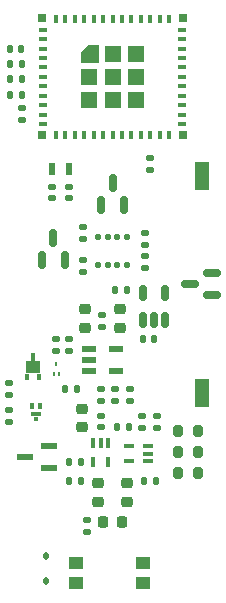
<source format=gtp>
%TF.GenerationSoftware,KiCad,Pcbnew,7.0.1*%
%TF.CreationDate,2023-04-07T09:45:08+02:00*%
%TF.ProjectId,OBJEX-DoorSensor_v1.2,4f424a45-582d-4446-9f6f-7253656e736f,1.2*%
%TF.SameCoordinates,Original*%
%TF.FileFunction,Paste,Top*%
%TF.FilePolarity,Positive*%
%FSLAX46Y46*%
G04 Gerber Fmt 4.6, Leading zero omitted, Abs format (unit mm)*
G04 Created by KiCad (PCBNEW 7.0.1) date 2023-04-07 09:45:08*
%MOMM*%
%LPD*%
G01*
G04 APERTURE LIST*
G04 Aperture macros list*
%AMRoundRect*
0 Rectangle with rounded corners*
0 $1 Rounding radius*
0 $2 $3 $4 $5 $6 $7 $8 $9 X,Y pos of 4 corners*
0 Add a 4 corners polygon primitive as box body*
4,1,4,$2,$3,$4,$5,$6,$7,$8,$9,$2,$3,0*
0 Add four circle primitives for the rounded corners*
1,1,$1+$1,$2,$3*
1,1,$1+$1,$4,$5*
1,1,$1+$1,$6,$7*
1,1,$1+$1,$8,$9*
0 Add four rect primitives between the rounded corners*
20,1,$1+$1,$2,$3,$4,$5,0*
20,1,$1+$1,$4,$5,$6,$7,0*
20,1,$1+$1,$6,$7,$8,$9,0*
20,1,$1+$1,$8,$9,$2,$3,0*%
G04 Aperture macros list end*
%ADD10C,0.010000*%
%ADD11RoundRect,0.135000X0.135000X0.185000X-0.135000X0.185000X-0.135000X-0.185000X0.135000X-0.185000X0*%
%ADD12RoundRect,0.135000X-0.185000X0.135000X-0.185000X-0.135000X0.185000X-0.135000X0.185000X0.135000X0*%
%ADD13RoundRect,0.135000X0.185000X-0.135000X0.185000X0.135000X-0.185000X0.135000X-0.185000X-0.135000X0*%
%ADD14R,0.310000X0.500000*%
%ADD15R,0.310000X0.650000*%
%ADD16R,1.300000X1.000000*%
%ADD17RoundRect,0.200000X-0.200000X-0.275000X0.200000X-0.275000X0.200000X0.275000X-0.200000X0.275000X0*%
%ADD18RoundRect,0.135000X-0.135000X-0.185000X0.135000X-0.185000X0.135000X0.185000X-0.135000X0.185000X0*%
%ADD19R,0.350000X0.500000*%
%ADD20R,0.900000X0.440000*%
%ADD21R,0.300000X0.340000*%
%ADD22RoundRect,0.112500X0.112500X-0.187500X0.112500X0.187500X-0.112500X0.187500X-0.112500X-0.187500X0*%
%ADD23RoundRect,0.150000X0.150000X-0.587500X0.150000X0.587500X-0.150000X0.587500X-0.150000X-0.587500X0*%
%ADD24R,0.900000X0.400000*%
%ADD25RoundRect,0.218750X0.256250X-0.218750X0.256250X0.218750X-0.256250X0.218750X-0.256250X-0.218750X0*%
%ADD26RoundRect,0.140000X0.170000X-0.140000X0.170000X0.140000X-0.170000X0.140000X-0.170000X-0.140000X0*%
%ADD27R,1.219200X0.508000*%
%ADD28RoundRect,0.140000X-0.140000X-0.170000X0.140000X-0.170000X0.140000X0.170000X-0.140000X0.170000X0*%
%ADD29RoundRect,0.140000X0.140000X0.170000X-0.140000X0.170000X-0.140000X-0.170000X0.140000X-0.170000X0*%
%ADD30RoundRect,0.140000X-0.170000X0.140000X-0.170000X-0.140000X0.170000X-0.140000X0.170000X0.140000X0*%
%ADD31RoundRect,0.150000X0.587500X0.150000X-0.587500X0.150000X-0.587500X-0.150000X0.587500X-0.150000X0*%
%ADD32RoundRect,0.150000X0.150000X-0.512500X0.150000X0.512500X-0.150000X0.512500X-0.150000X-0.512500X0*%
%ADD33R,0.600000X1.100000*%
%ADD34RoundRect,0.225000X0.250000X-0.225000X0.250000X0.225000X-0.250000X0.225000X-0.250000X-0.225000X0*%
%ADD35RoundRect,0.125000X-0.125000X-0.137500X0.125000X-0.137500X0.125000X0.137500X-0.125000X0.137500X0*%
%ADD36RoundRect,0.218750X0.218750X0.256250X-0.218750X0.256250X-0.218750X-0.256250X0.218750X-0.256250X0*%
%ADD37R,0.800000X0.400000*%
%ADD38R,0.400000X0.800000*%
%ADD39R,1.450000X1.450000*%
%ADD40R,0.700000X0.700000*%
%ADD41R,0.200000X0.339999*%
%ADD42R,0.259999X0.339999*%
%ADD43R,1.200000X1.000000*%
%ADD44R,1.300000X2.340000*%
%ADD45RoundRect,0.041300X0.618700X0.253700X-0.618700X0.253700X-0.618700X-0.253700X0.618700X-0.253700X0*%
%ADD46R,0.400000X0.900000*%
%ADD47RoundRect,0.225000X-0.250000X0.225000X-0.250000X-0.225000X0.250000X-0.225000X0.250000X0.225000X0*%
G04 APERTURE END LIST*
%TO.C,U7*%
D10*
X143750000Y-79550000D02*
X142300000Y-79550000D01*
X142300000Y-78700000D01*
X142900000Y-78100000D01*
X143750000Y-78100000D01*
X143750000Y-79550000D01*
G36*
X143750000Y-79550000D02*
G01*
X142300000Y-79550000D01*
X142300000Y-78700000D01*
X142900000Y-78100000D01*
X143750000Y-78100000D01*
X143750000Y-79550000D01*
G37*
%TD*%
D11*
%TO.C,R23*%
X142306209Y-113389370D03*
X141286209Y-113389370D03*
%TD*%
D12*
%TO.C,R22*%
X136250000Y-108990000D03*
X136250000Y-110010000D03*
%TD*%
D13*
%TO.C,R12*%
X136250000Y-107760000D03*
X136250000Y-106740000D03*
%TD*%
D14*
%TO.C,Q6*%
X137750000Y-106225000D03*
X138750000Y-106225000D03*
D15*
X138250000Y-104500000D03*
D16*
X138250000Y-105325000D03*
%TD*%
D17*
%TO.C,R5*%
X150575000Y-110800000D03*
X152225000Y-110800000D03*
%TD*%
D12*
%TO.C,R15*%
X147750000Y-95990000D03*
X147750000Y-97010000D03*
%TD*%
D18*
%TO.C,R1*%
X136310000Y-82300000D03*
X137330000Y-82300000D03*
%TD*%
D19*
%TO.C,Q3*%
X138825000Y-108670000D03*
X138175000Y-108670000D03*
D20*
X138500000Y-109360000D03*
D21*
X138500000Y-109750000D03*
%TD*%
D22*
%TO.C,D5*%
X139400000Y-123500000D03*
X139400000Y-121400000D03*
%TD*%
D23*
%TO.C,Q4*%
X144050000Y-91637500D03*
X145950000Y-91637500D03*
X145000000Y-89762500D03*
%TD*%
D24*
%TO.C,U4*%
X148000000Y-113350000D03*
X148000000Y-112700000D03*
X148000000Y-112050000D03*
X146400000Y-112050000D03*
X146400000Y-113350000D03*
%TD*%
D25*
%TO.C,D2*%
X143800000Y-116787500D03*
X143800000Y-115212500D03*
%TD*%
D12*
%TO.C,R13*%
X144000000Y-107250000D03*
X144000000Y-108270000D03*
%TD*%
D26*
%TO.C,C12*%
X144000000Y-110480000D03*
X144000000Y-109520000D03*
%TD*%
D27*
%TO.C,U2*%
X143000000Y-103800000D03*
X143000000Y-104750000D03*
X143000000Y-105700000D03*
X145286000Y-105700000D03*
X145286000Y-103800000D03*
%TD*%
D23*
%TO.C,Q5*%
X139050000Y-96337500D03*
X140950000Y-96337500D03*
X140000000Y-94462500D03*
%TD*%
D28*
%TO.C,C15*%
X147551863Y-103011410D03*
X148511863Y-103011410D03*
%TD*%
D29*
%TO.C,C14*%
X146210000Y-98800000D03*
X145250000Y-98800000D03*
%TD*%
D30*
%TO.C,C3*%
X141300000Y-90095000D03*
X141300000Y-91055000D03*
%TD*%
D31*
%TO.C,U3*%
X151525000Y-98350000D03*
X153400000Y-99300000D03*
X153400000Y-97400000D03*
%TD*%
D11*
%TO.C,R20*%
X142310000Y-115000000D03*
X141290000Y-115000000D03*
%TD*%
D13*
%TO.C,R4*%
X144143000Y-102010000D03*
X144143000Y-100990000D03*
%TD*%
D32*
%TO.C,U8*%
X147550000Y-101387500D03*
X148500000Y-101387500D03*
X149450000Y-101387500D03*
X149450000Y-99112500D03*
X147550000Y-99112500D03*
%TD*%
D33*
%TO.C,Y1*%
X139900000Y-88575000D03*
X141300000Y-88575000D03*
%TD*%
D34*
%TO.C,C8*%
X142419175Y-110472907D03*
X142419175Y-108922907D03*
%TD*%
%TO.C,C6*%
X142643000Y-102025000D03*
X142643000Y-100475000D03*
%TD*%
D11*
%TO.C,R10*%
X146393421Y-110478933D03*
X145373421Y-110478933D03*
%TD*%
D35*
%TO.C,U6*%
X143800000Y-94312500D03*
X144600000Y-94312500D03*
X145400000Y-94312500D03*
X146200000Y-94312500D03*
X146200000Y-96687500D03*
X145400000Y-96687500D03*
X144600000Y-96687500D03*
X143800000Y-96687500D03*
%TD*%
D36*
%TO.C,D3*%
X145787500Y-118487500D03*
X144212500Y-118487500D03*
%TD*%
D37*
%TO.C,U7*%
X139100000Y-76800000D03*
X139100000Y-77600000D03*
X139100000Y-78400000D03*
X139100000Y-79200000D03*
X139100000Y-80000000D03*
X139100000Y-80800000D03*
X139100000Y-81600000D03*
X139100000Y-82400000D03*
X139100000Y-83200000D03*
X139100000Y-84000000D03*
X139100000Y-84800000D03*
D38*
X140200000Y-85700000D03*
X141000000Y-85700000D03*
X141800000Y-85700000D03*
X142600000Y-85700000D03*
X143400000Y-85700000D03*
X144200000Y-85700000D03*
X145000000Y-85700000D03*
X145800000Y-85700000D03*
X146600000Y-85700000D03*
X147400000Y-85700000D03*
X148200000Y-85700000D03*
X149000000Y-85700000D03*
X149800000Y-85700000D03*
D37*
X150900000Y-84800000D03*
X150900000Y-84000000D03*
X150900000Y-83200000D03*
X150900000Y-82400000D03*
X150900000Y-81600000D03*
X150900000Y-80800000D03*
X150900000Y-80000000D03*
X150900000Y-79200000D03*
X150900000Y-78400000D03*
X150900000Y-77600000D03*
X150900000Y-76800000D03*
D38*
X149800000Y-75900000D03*
X149000000Y-75900000D03*
X148200000Y-75900000D03*
X147400000Y-75900000D03*
X146600000Y-75900000D03*
X145800000Y-75900000D03*
X145000000Y-75900000D03*
X144200000Y-75900000D03*
X143400000Y-75900000D03*
X142600000Y-75900000D03*
X141800000Y-75900000D03*
X141000000Y-75900000D03*
X140200000Y-75900000D03*
D39*
X145000000Y-78825000D03*
X146975000Y-78825000D03*
X146975000Y-80800000D03*
X146975000Y-82775000D03*
X145000000Y-82775000D03*
X143025000Y-82775000D03*
X143025000Y-80800000D03*
X145000000Y-80800000D03*
D40*
X150950000Y-75850000D03*
X150950000Y-85750000D03*
X139050000Y-85750000D03*
X139050000Y-75850000D03*
%TD*%
D13*
%TO.C,R8*%
X147500000Y-110510000D03*
X147500000Y-109490000D03*
%TD*%
D41*
%TO.C,Q2*%
X140060000Y-105929999D03*
X140440000Y-105929999D03*
D42*
X140250000Y-105070001D03*
%TD*%
D12*
%TO.C,R14*%
X145250000Y-107250000D03*
X145250000Y-108270000D03*
%TD*%
D13*
%TO.C,R16*%
X142500000Y-94510000D03*
X142500000Y-93490000D03*
%TD*%
D29*
%TO.C,C4*%
X137300000Y-79700000D03*
X136340000Y-79700000D03*
%TD*%
D43*
%TO.C,S2*%
X147550000Y-121925000D03*
X147550000Y-123625000D03*
X141950000Y-121925000D03*
X141950000Y-123625000D03*
%TD*%
D26*
%TO.C,C9*%
X140250000Y-103980000D03*
X140250000Y-103020000D03*
%TD*%
D13*
%TO.C,R17*%
X142500000Y-97310000D03*
X142500000Y-96290000D03*
%TD*%
D25*
%TO.C,D1*%
X146200000Y-116750000D03*
X146200000Y-115175000D03*
%TD*%
D44*
%TO.C,S1*%
X152600000Y-107570000D03*
X152600000Y-89230000D03*
%TD*%
D12*
%TO.C,R2*%
X148200000Y-87665000D03*
X148200000Y-88685000D03*
%TD*%
D26*
%TO.C,C10*%
X141300000Y-103980000D03*
X141300000Y-103020000D03*
%TD*%
D13*
%TO.C,R21*%
X142800000Y-119310000D03*
X142800000Y-118290000D03*
%TD*%
D29*
%TO.C,C5*%
X137280000Y-78400000D03*
X136320000Y-78400000D03*
%TD*%
D18*
%TO.C,R3*%
X147690000Y-115000000D03*
X148710000Y-115000000D03*
%TD*%
D45*
%TO.C,Q1*%
X139600000Y-113950000D03*
X139600000Y-112050000D03*
X137570000Y-113000000D03*
%TD*%
D12*
%TO.C,R9*%
X148750000Y-109490000D03*
X148750000Y-110510000D03*
%TD*%
D30*
%TO.C,C1*%
X137331838Y-83459373D03*
X137331838Y-84419373D03*
%TD*%
D17*
%TO.C,R6*%
X150575000Y-114300000D03*
X152225000Y-114300000D03*
%TD*%
D11*
%TO.C,R11*%
X142010000Y-107240000D03*
X140990000Y-107240000D03*
%TD*%
D46*
%TO.C,U5*%
X144650000Y-111790000D03*
X144000000Y-111790000D03*
X143350000Y-111790000D03*
X143350000Y-113390000D03*
X144650000Y-113390000D03*
%TD*%
D13*
%TO.C,R18*%
X147750000Y-95010000D03*
X147750000Y-93990000D03*
%TD*%
D30*
%TO.C,C11*%
X146500000Y-107260000D03*
X146500000Y-108220000D03*
%TD*%
D47*
%TO.C,C7*%
X145643000Y-100475000D03*
X145643000Y-102025000D03*
%TD*%
D11*
%TO.C,R19*%
X137330000Y-81000000D03*
X136310000Y-81000000D03*
%TD*%
D17*
%TO.C,R7*%
X150575000Y-112550000D03*
X152225000Y-112550000D03*
%TD*%
D30*
%TO.C,C2*%
X139900000Y-90100000D03*
X139900000Y-91060000D03*
%TD*%
M02*

</source>
